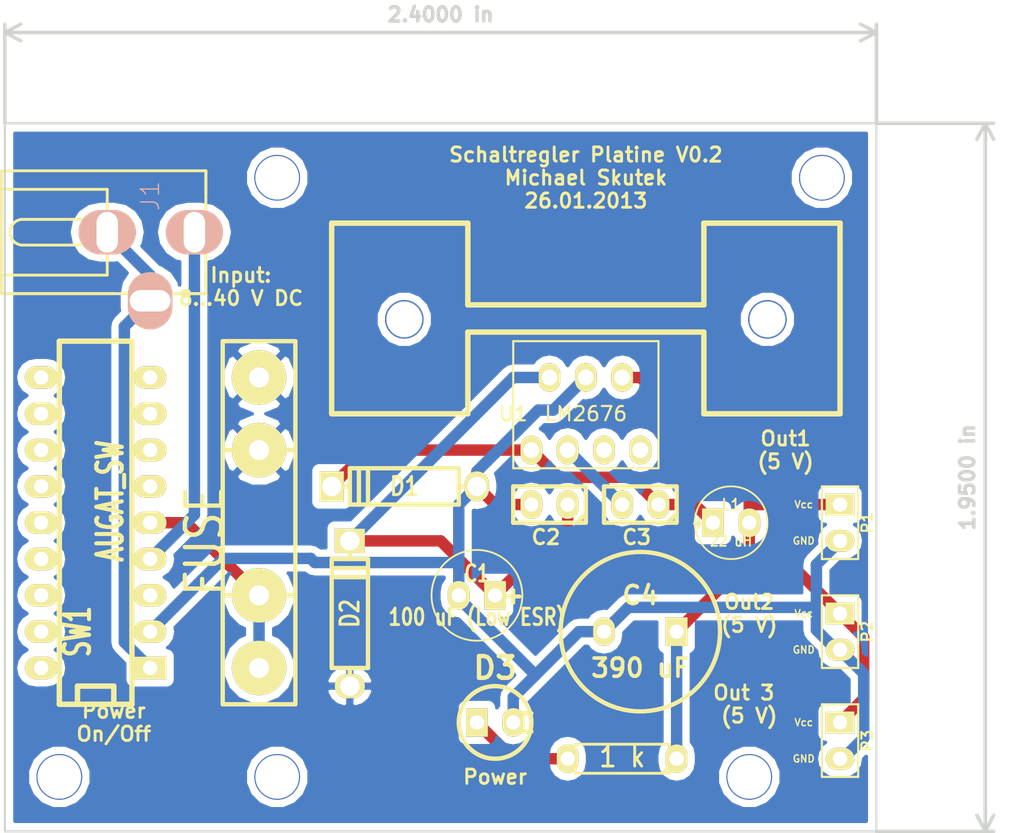
<source format=kicad_pcb>
(kicad_pcb (version 3) (host pcbnew "(2013-01-19 BZR 3914)-testing")

  (general
    (links 30)
    (no_connects 0)
    (area 108.8136 75.395001 187.068333 133.425001)
    (thickness 1.6)
    (drawings 19)
    (tracks 69)
    (zones 0)
    (modules 22)
    (nets 11)
  )

  (page A3)
  (layers
    (15 F.Cu signal)
    (0 B.Cu signal)
    (16 B.Adhes user)
    (17 F.Adhes user)
    (18 B.Paste user)
    (19 F.Paste user)
    (20 B.SilkS user)
    (21 F.SilkS user)
    (22 B.Mask user)
    (23 F.Mask user)
    (24 Dwgs.User user)
    (25 Cmts.User user)
    (26 Eco1.User user)
    (27 Eco2.User user)
    (28 Edge.Cuts user)
  )

  (setup
    (last_trace_width 0.8)
    (trace_clearance 0.254)
    (zone_clearance 0.508)
    (zone_45_only no)
    (trace_min 0.254)
    (segment_width 0.2)
    (edge_width 0.15)
    (via_size 0.889)
    (via_drill 0.635)
    (via_min_size 0.889)
    (via_min_drill 0.508)
    (uvia_size 0.508)
    (uvia_drill 0.127)
    (uvias_allowed no)
    (uvia_min_size 0.508)
    (uvia_min_drill 0.127)
    (pcb_text_width 0.3)
    (pcb_text_size 1 1)
    (mod_edge_width 0.15)
    (mod_text_size 1 1)
    (mod_text_width 0.15)
    (pad_size 3.1 4)
    (pad_drill 2.85)
    (pad_to_mask_clearance 0)
    (aux_axis_origin 0 0)
    (visible_elements FFFFFFBF)
    (pcbplotparams
      (layerselection 300974081)
      (usegerberextensions false)
      (excludeedgelayer false)
      (linewidth 152400)
      (plotframeref false)
      (viasonmask false)
      (mode 1)
      (useauxorigin false)
      (hpglpennumber 1)
      (hpglpenspeed 20)
      (hpglpendiameter 15)
      (hpglpenoverlay 2)
      (psnegative false)
      (psa4output false)
      (plotreference true)
      (plotvalue true)
      (plotothertext true)
      (plotinvisibletext false)
      (padsonsilk false)
      (subtractmaskfromsilk false)
      (outputformat 2)
      (mirror false)
      (drillshape 0)
      (scaleselection 1)
      (outputdirectory /home/msk/projekte/platinen/schaltregler/))
  )

  (net 0 "")
  (net 1 N-000001)
  (net 2 N-0000010)
  (net 3 N-0000011)
  (net 4 N-0000012)
  (net 5 N-000002)
  (net 6 N-000003)
  (net 7 N-000004)
  (net 8 N-000005)
  (net 9 N-000008)
  (net 10 N-000009)

  (net_class Default "This is the default net class."
    (clearance 0.254)
    (trace_width 0.8)
    (via_dia 0.889)
    (via_drill 0.635)
    (uvia_dia 0.508)
    (uvia_drill 0.127)
    (add_net "")
    (add_net N-000001)
    (add_net N-0000010)
    (add_net N-0000011)
    (add_net N-0000012)
    (add_net N-000002)
    (add_net N-000003)
    (add_net N-000005)
    (add_net N-000008)
    (add_net N-000009)
  )

  (net_class GND ""
    (clearance 0.254)
    (trace_width 0.8)
    (via_dia 0.889)
    (via_drill 0.635)
    (uvia_dia 0.508)
    (uvia_drill 0.127)
    (add_net N-000004)
  )

  (module LM2676 (layer F.Cu) (tedit 50E48FFB) (tstamp 50E359CE)
    (at 153.67 104.14)
    (tags LM2676)
    (path /4C1A82F5)
    (fp_text reference U1 (at -5.08 0) (layer F.SilkS)
      (effects (font (size 1 1) (thickness 0.15)))
    )
    (fp_text value LM2676 (at 0 0) (layer F.SilkS)
      (effects (font (size 1 1) (thickness 0.15)))
    )
    (fp_line (start -5.08 -5.08) (end 5.08 -5.08) (layer F.SilkS) (width 0.15))
    (fp_line (start 5.08 -5.08) (end 5.08 3.81) (layer F.SilkS) (width 0.15))
    (fp_line (start 5.08 3.81) (end -5.08 3.81) (layer F.SilkS) (width 0.15))
    (fp_line (start -5.08 3.81) (end -5.08 -5.08) (layer F.SilkS) (width 0.15))
    (pad 1 thru_hole oval (at -3.81 2.54) (size 1.524 2) (drill 1.1)
      (layers *.Cu *.Mask F.SilkS)
      (net 2 N-0000010)
    )
    (pad 2 thru_hole oval (at -2.54 -2.54) (size 1.524 2) (drill 1.1)
      (layers *.Cu *.Mask F.SilkS)
      (net 4 N-0000012)
    )
    (pad 3 thru_hole oval (at -1.27 2.54) (size 1.524 2) (drill 1.1)
      (layers *.Cu *.Mask F.SilkS)
      (net 9 N-000008)
    )
    (pad 4 thru_hole oval (at 0 -2.54) (size 1.524 2) (drill 1.1)
      (layers *.Cu *.Mask F.SilkS)
      (net 8 N-000005)
    )
    (pad 5 thru_hole oval (at 1.27 2.54) (size 1.524 2) (drill 1.1)
      (layers *.Cu *.Mask F.SilkS)
    )
    (pad 6 thru_hole oval (at 2.54 -2.54) (size 1.524 2) (drill 1.1)
      (layers *.Cu *.Mask F.SilkS)
      (net 10 N-000009)
    )
    (pad 7 thru_hole oval (at 3.81 2.54) (size 1.524 2) (drill 1.1)
      (layers *.Cu *.Mask F.SilkS)
    )
  )

  (module FUSE5-20 (layer F.Cu) (tedit 50E371C7) (tstamp 50E359DC)
    (at 130.81 111.76 90)
    (descr "Support fusible 5 x 20")
    (tags DEV)
    (path /50E347CD)
    (fp_text reference F1 (at 1.016 5.08 90) (layer F.SilkS) hide
      (effects (font (size 2.83464 1.59512) (thickness 0.3048)))
    )
    (fp_text value FUSE (at -1.27 -3.81 90) (layer F.SilkS)
      (effects (font (size 2.54 2.032) (thickness 0.3048)))
    )
    (fp_line (start -12.7 -2.54) (end 12.7 -2.54) (layer F.SilkS) (width 0.3048))
    (fp_line (start 12.7 -2.54) (end 12.7 2.54) (layer F.SilkS) (width 0.3048))
    (fp_line (start 12.7 2.54) (end -12.7 2.54) (layer F.SilkS) (width 0.3048))
    (fp_line (start -12.7 2.54) (end -12.7 -2.54) (layer F.SilkS) (width 0.3048))
    (fp_line (start -5.08 -2.54) (end -5.08 2.54) (layer F.SilkS) (width 0.3048))
    (fp_line (start 5.08 -2.54) (end 5.08 2.54) (layer F.SilkS) (width 0.3048))
    (pad 1 thru_hole circle (at -10.16 0 90) (size 3.81 3.81) (drill 1.397)
      (layers *.Cu *.Mask F.SilkS)
      (net 1 N-000001)
    )
    (pad 1 thru_hole circle (at -5.08 0 90) (size 3.81 3.81) (drill 1.397)
      (layers *.Cu *.Mask F.SilkS)
      (net 1 N-000001)
    )
    (pad 2 thru_hole circle (at 5.08 0 90) (size 3.81 3.81) (drill 1.397)
      (layers *.Cu *.Mask F.SilkS)
      (net 7 N-000004)
    )
    (pad 2 thru_hole circle (at 10.16 0 90) (size 3.81 3.81) (drill 1.397)
      (layers *.Cu *.Mask F.SilkS)
      (net 7 N-000004)
    )
  )

  (module DIP-18__300_ELL (layer F.Cu) (tedit 50E4903B) (tstamp 50E359F9)
    (at 119.38 111.76 90)
    (descr "18 pins DIL package, elliptical pads")
    (path /50E49D00)
    (fp_text reference SW1 (at -7.62 -1.27 90) (layer F.SilkS)
      (effects (font (size 1.778 1.143) (thickness 0.3048)))
    )
    (fp_text value AUGAT_SW (at 1.524 1.016 90) (layer F.SilkS)
      (effects (font (size 1.778 1.143) (thickness 0.28575)))
    )
    (fp_line (start -12.7 -1.27) (end -11.43 -1.27) (layer F.SilkS) (width 0.381))
    (fp_line (start -11.43 -1.27) (end -11.43 1.27) (layer F.SilkS) (width 0.381))
    (fp_line (start -11.43 1.27) (end -12.7 1.27) (layer F.SilkS) (width 0.381))
    (fp_line (start -12.7 -2.54) (end 12.7 -2.54) (layer F.SilkS) (width 0.381))
    (fp_line (start 12.7 -2.54) (end 12.7 2.54) (layer F.SilkS) (width 0.381))
    (fp_line (start 12.7 2.54) (end -12.7 2.54) (layer F.SilkS) (width 0.381))
    (fp_line (start -12.7 2.54) (end -12.7 -2.54) (layer F.SilkS) (width 0.381))
    (pad 1 thru_hole rect (at -10.16 3.81 90) (size 1.5748 2.286) (drill 1)
      (layers *.Cu *.Mask F.SilkS)
      (net 3 N-0000011)
    )
    (pad 2 thru_hole oval (at -7.62 3.81 90) (size 1.5748 2.286) (drill 1)
      (layers *.Cu *.Mask F.SilkS)
      (net 8 N-000005)
    )
    (pad 3 thru_hole oval (at -5.08 3.81 90) (size 1.5748 2.286) (drill 1)
      (layers *.Cu *.Mask F.SilkS)
    )
    (pad 4 thru_hole oval (at -2.54 3.81 90) (size 1.5748 2.286) (drill 1)
      (layers *.Cu *.Mask F.SilkS)
      (net 5 N-000002)
    )
    (pad 5 thru_hole oval (at 0 3.81 90) (size 1.5748 2.286) (drill 1)
      (layers *.Cu *.Mask F.SilkS)
      (net 1 N-000001)
    )
    (pad 6 thru_hole oval (at 2.54 3.81 90) (size 1.5748 2.286) (drill 1)
      (layers *.Cu *.Mask F.SilkS)
    )
    (pad 7 thru_hole oval (at 5.08 3.81 90) (size 1.5748 2.286) (drill 1)
      (layers *.Cu *.Mask F.SilkS)
    )
    (pad 8 thru_hole oval (at 7.62 3.81 90) (size 1.5748 2.286) (drill 1)
      (layers *.Cu *.Mask F.SilkS)
    )
    (pad 9 thru_hole oval (at 10.16 3.81 90) (size 1.5748 2.286) (drill 1)
      (layers *.Cu *.Mask F.SilkS)
    )
    (pad 10 thru_hole oval (at 10.16 -3.81 90) (size 1.5748 2.286) (drill 1)
      (layers *.Cu *.Mask F.SilkS)
    )
    (pad 11 thru_hole oval (at 7.62 -3.81 90) (size 1.5748 2.286) (drill 1)
      (layers *.Cu *.Mask F.SilkS)
    )
    (pad 12 thru_hole oval (at 5.08 -3.81 90) (size 1.5748 2.286) (drill 1)
      (layers *.Cu *.Mask F.SilkS)
    )
    (pad 13 thru_hole oval (at 2.54 -3.81 90) (size 1.5748 2.286) (drill 1)
      (layers *.Cu *.Mask F.SilkS)
    )
    (pad 14 thru_hole oval (at 0 -3.81 90) (size 1.5748 2.286) (drill 1)
      (layers *.Cu *.Mask F.SilkS)
    )
    (pad 15 thru_hole oval (at -2.54 -3.81 90) (size 1.5748 2.286) (drill 1)
      (layers *.Cu *.Mask F.SilkS)
    )
    (pad 16 thru_hole oval (at -5.08 -3.81 90) (size 1.5748 2.286) (drill 1)
      (layers *.Cu *.Mask F.SilkS)
    )
    (pad 17 thru_hole oval (at -7.62 -3.81 90) (size 1.5748 2.286) (drill 1)
      (layers *.Cu *.Mask F.SilkS)
    )
    (pad 18 thru_hole oval (at -10.16 -3.81 90) (size 1.5748 2.286) (drill 1)
      (layers *.Cu *.Mask F.SilkS)
    )
    (model dil/dil_18.wrl
      (at (xyz 0 0 0))
      (scale (xyz 1 1 1))
      (rotate (xyz 0 0 0))
    )
  )

  (module D4 (layer F.Cu) (tedit 50E4A1FC) (tstamp 50E35A07)
    (at 137.16 118.11 90)
    (descr "Diode 4 pas")
    (tags "DIODE DEV")
    (path /4C385669)
    (fp_text reference D2 (at 0 0 90) (layer F.SilkS)
      (effects (font (size 1.27 1.016) (thickness 0.2032)))
    )
    (fp_text value "BD340A (PK1N5822)" (at 0 0 90) (layer F.SilkS) hide
      (effects (font (size 1.27 1.016) (thickness 0.2032)))
    )
    (fp_line (start -3.81 -1.27) (end 3.81 -1.27) (layer F.SilkS) (width 0.3048))
    (fp_line (start 3.81 -1.27) (end 3.81 1.27) (layer F.SilkS) (width 0.3048))
    (fp_line (start 3.81 1.27) (end -3.81 1.27) (layer F.SilkS) (width 0.3048))
    (fp_line (start -3.81 1.27) (end -3.81 -1.27) (layer F.SilkS) (width 0.3048))
    (fp_line (start 3.175 -1.27) (end 3.175 1.27) (layer F.SilkS) (width 0.3048))
    (fp_line (start 2.54 1.27) (end 2.54 -1.27) (layer F.SilkS) (width 0.3048))
    (fp_line (start -3.81 0) (end -5.08 0) (layer F.SilkS) (width 0.3048))
    (fp_line (start 3.81 0) (end 5.08 0) (layer F.SilkS) (width 0.3048))
    (pad 1 thru_hole oval (at -5.08 0 90) (size 1.7 2.1) (drill 1.35)
      (layers *.Cu *.Mask F.SilkS)
      (net 7 N-000004)
    )
    (pad 2 thru_hole rect (at 5.08 0 90) (size 1.7 2.1) (drill 1.35)
      (layers *.Cu *.Mask F.SilkS)
      (net 4 N-0000012)
    )
    (model discret/diode.wrl
      (at (xyz 0 0 0))
      (scale (xyz 0.4 0.4 0.4))
      (rotate (xyz 0 0 0))
    )
  )

  (module D4 (layer F.Cu) (tedit 50E4A1F2) (tstamp 50E35A15)
    (at 140.97 109.22 180)
    (descr "Diode 4 pas")
    (tags "DIODE DEV")
    (path /4C1A8341)
    (fp_text reference D1 (at 0 0 180) (layer F.SilkS)
      (effects (font (size 1.27 1.016) (thickness 0.2032)))
    )
    (fp_text value "BD340A (SB350)" (at 0 0 180) (layer F.SilkS) hide
      (effects (font (size 1.27 1.016) (thickness 0.2032)))
    )
    (fp_line (start -3.81 -1.27) (end 3.81 -1.27) (layer F.SilkS) (width 0.3048))
    (fp_line (start 3.81 -1.27) (end 3.81 1.27) (layer F.SilkS) (width 0.3048))
    (fp_line (start 3.81 1.27) (end -3.81 1.27) (layer F.SilkS) (width 0.3048))
    (fp_line (start -3.81 1.27) (end -3.81 -1.27) (layer F.SilkS) (width 0.3048))
    (fp_line (start 3.175 -1.27) (end 3.175 1.27) (layer F.SilkS) (width 0.3048))
    (fp_line (start 2.54 1.27) (end 2.54 -1.27) (layer F.SilkS) (width 0.3048))
    (fp_line (start -3.81 0) (end -5.08 0) (layer F.SilkS) (width 0.3048))
    (fp_line (start 3.81 0) (end 5.08 0) (layer F.SilkS) (width 0.3048))
    (pad 1 thru_hole oval (at -5.08 0 180) (size 1.7 2.1) (drill 1.35)
      (layers *.Cu *.Mask F.SilkS)
      (net 8 N-000005)
    )
    (pad 2 thru_hole rect (at 5.08 0 180) (size 1.7 2.1) (drill 1.35)
      (layers *.Cu *.Mask F.SilkS)
      (net 2 N-0000010)
    )
    (model discret/diode.wrl
      (at (xyz 0 0 0))
      (scale (xyz 0.4 0.4 0.4))
      (rotate (xyz 0 0 0))
    )
  )

  (module C2V10 (layer F.Cu) (tedit 50E37D4C) (tstamp 50E35A1C)
    (at 157.48 119.38 180)
    (descr "Condensateur polarise")
    (tags CP)
    (path /4C1A83EF)
    (fp_text reference C4 (at 0 2.54 180) (layer F.SilkS)
      (effects (font (size 1.27 1.27) (thickness 0.254)))
    )
    (fp_text value "390 uF" (at 0 -2.54 180) (layer F.SilkS)
      (effects (font (size 1.27 1.27) (thickness 0.254)))
    )
    (fp_circle (center 0 0) (end 4.826 -2.794) (layer F.SilkS) (width 0.3048))
    (pad 1 thru_hole rect (at -2.54 0 180) (size 1.524 2) (drill 1)
      (layers *.Cu *.Mask F.SilkS)
      (net 10 N-000009)
    )
    (pad 2 thru_hole oval (at 2.54 0 180) (size 1.524 2) (drill 1)
      (layers *.Cu *.Mask F.SilkS)
      (net 8 N-000005)
    )
    (model discret/c_vert_c2v10.wrl
      (at (xyz 0 0 0))
      (scale (xyz 1 1 1))
      (rotate (xyz 0 0 0))
    )
  )

  (module C1V7 (layer F.Cu) (tedit 50E4A4EB) (tstamp 50E35A24)
    (at 146.05 116.84 180)
    (path /4A9A70D9)
    (fp_text reference C1 (at 0 1.524 180) (layer F.SilkS)
      (effects (font (size 1.143 0.889) (thickness 0.2032)))
    )
    (fp_text value "100 uF (Low ESR)" (at 0 -1.524 180) (layer F.SilkS)
      (effects (font (size 1.143 0.889) (thickness 0.2032)))
    )
    (fp_text user + (at -2.54 0 180) (layer F.SilkS)
      (effects (font (size 1.143 1.143) (thickness 0.3048)))
    )
    (fp_circle (center 0 0) (end 3.175 0) (layer F.SilkS) (width 0.127))
    (pad 1 thru_hole rect (at -1.27 0 180) (size 1.524 2) (drill 1)
      (layers *.Cu *.Mask F.SilkS)
      (net 4 N-0000012)
    )
    (pad 2 thru_hole oval (at 1.27 0 180) (size 1.524 2) (drill 1)
      (layers *.Cu *.Mask F.SilkS)
      (net 8 N-000005)
    )
    (model discret/c_vert_c1v7.wrl
      (at (xyz 0 0 0))
      (scale (xyz 1 1 1))
      (rotate (xyz 0 0 0))
    )
  )

  (module C1V5 (layer F.Cu) (tedit 50E37C3D) (tstamp 50E4A0FB)
    (at 163.83 111.76)
    (descr "Condensateur e = 1 pas")
    (tags C)
    (path /4C1A83BB)
    (fp_text reference L1 (at 0 -1.26746) (layer F.SilkS)
      (effects (font (size 0.762 0.762) (thickness 0.127)))
    )
    (fp_text value "22 uH" (at 0 1.27) (layer F.SilkS)
      (effects (font (size 0.762 0.635) (thickness 0.127)))
    )
    (fp_text user + (at -2.286 0) (layer F.SilkS)
      (effects (font (size 0.762 0.762) (thickness 0.2032)))
    )
    (fp_circle (center 0 0) (end 0.127 -2.54) (layer F.SilkS) (width 0.127))
    (pad 1 thru_hole rect (at -1.27 0) (size 1.524 2) (drill 1)
      (layers *.Cu *.Mask F.SilkS)
      (net 2 N-0000010)
    )
    (pad 2 thru_hole oval (at 1.27 0) (size 1.524 2) (drill 1)
      (layers *.Cu *.Mask F.SilkS)
      (net 10 N-000009)
    )
    (model discret/c_vert_c1v5.wrl
      (at (xyz 0 0 0))
      (scale (xyz 1 1 1))
      (rotate (xyz 0 0 0))
    )
  )

  (module C1 (layer F.Cu) (tedit 50E37CA2) (tstamp 50E35A37)
    (at 151.13 110.49 180)
    (descr "Condensateur e = 1 pas")
    (tags C)
    (path /4C1A8441)
    (fp_text reference C2 (at 0.254 -2.286 180) (layer F.SilkS)
      (effects (font (size 1.016 1.016) (thickness 0.2032)))
    )
    (fp_text value "100 nF" (at 0 -2.286 180) (layer F.SilkS) hide
      (effects (font (size 1.016 1.016) (thickness 0.2032)))
    )
    (fp_line (start -2.4892 -1.27) (end 2.54 -1.27) (layer F.SilkS) (width 0.3048))
    (fp_line (start 2.54 -1.27) (end 2.54 1.27) (layer F.SilkS) (width 0.3048))
    (fp_line (start 2.54 1.27) (end -2.54 1.27) (layer F.SilkS) (width 0.3048))
    (fp_line (start -2.54 1.27) (end -2.54 -1.27) (layer F.SilkS) (width 0.3048))
    (fp_line (start -2.54 -0.635) (end -1.905 -1.27) (layer F.SilkS) (width 0.3048))
    (pad 1 thru_hole oval (at -1.27 0 180) (size 1.524 2) (drill 1)
      (layers *.Cu *.Mask F.SilkS)
      (net 4 N-0000012)
    )
    (pad 2 thru_hole oval (at 1.27 0 180) (size 1.524 2) (drill 1)
      (layers *.Cu *.Mask F.SilkS)
      (net 8 N-000005)
    )
    (model discret/capa_1_pas.wrl
      (at (xyz 0 0 0))
      (scale (xyz 1 1 1))
      (rotate (xyz 0 0 0))
    )
  )

  (module C1 (layer F.Cu) (tedit 50E37CAC) (tstamp 50E35A42)
    (at 157.48 110.49 180)
    (descr "Condensateur e = 1 pas")
    (tags C)
    (path /4C1A838A)
    (fp_text reference C3 (at 0.254 -2.286 180) (layer F.SilkS)
      (effects (font (size 1.016 1.016) (thickness 0.2032)))
    )
    (fp_text value "10 nF" (at 0 -2.286 180) (layer F.SilkS) hide
      (effects (font (size 1.016 1.016) (thickness 0.2032)))
    )
    (fp_line (start -2.4892 -1.27) (end 2.54 -1.27) (layer F.SilkS) (width 0.3048))
    (fp_line (start 2.54 -1.27) (end 2.54 1.27) (layer F.SilkS) (width 0.3048))
    (fp_line (start 2.54 1.27) (end -2.54 1.27) (layer F.SilkS) (width 0.3048))
    (fp_line (start -2.54 1.27) (end -2.54 -1.27) (layer F.SilkS) (width 0.3048))
    (fp_line (start -2.54 -0.635) (end -1.905 -1.27) (layer F.SilkS) (width 0.3048))
    (pad 1 thru_hole oval (at -1.27 0 180) (size 1.524 2) (drill 1)
      (layers *.Cu *.Mask F.SilkS)
      (net 2 N-0000010)
    )
    (pad 2 thru_hole oval (at 1.27 0 180) (size 1.524 2) (drill 1)
      (layers *.Cu *.Mask F.SilkS)
      (net 9 N-000008)
    )
    (model discret/capa_1_pas.wrl
      (at (xyz 0 0 0))
      (scale (xyz 1 1 1))
      (rotate (xyz 0 0 0))
    )
  )

  (module con-jack-DCJ0202 (layer F.Cu) (tedit 51040028) (tstamp 50E35B54)
    (at 123.19 91.44 270)
    (descr "DC POWER JACK")
    (tags "DC POWER JACK")
    (path /4C1A86D2)
    (attr virtual)
    (fp_text reference J1 (at -2.54 0 270) (layer B.SilkS)
      (effects (font (size 1.27 1.27) (thickness 0.0889)))
    )
    (fp_text value DCJ0202 (at -5.715 6.35 360) (layer B.SilkS) hide
      (effects (font (size 1.27 1.27) (thickness 0.0889)))
    )
    (fp_line (start 1.64846 -2.59842) (end -1.64846 -2.59842) (layer F.SilkS) (width 0.00012))
    (fp_line (start -1.64846 -2.59842) (end -1.64846 -3.59918) (layer F.SilkS) (width 0.00012))
    (fp_line (start -1.64846 -3.59918) (end 1.64846 -3.59918) (layer F.SilkS) (width 0.00012))
    (fp_line (start 1.64846 -3.59918) (end 1.64846 -2.59842) (layer F.SilkS) (width 0.00012))
    (fp_line (start 5.29844 -1.39954) (end 4.29768 -1.39954) (layer F.SilkS) (width 0.00012))
    (fp_line (start 4.29768 -1.39954) (end 4.29768 1.39954) (layer F.SilkS) (width 0.00012))
    (fp_line (start 4.29768 1.39954) (end 5.29844 1.39954) (layer F.SilkS) (width 0.00012))
    (fp_line (start 5.29844 1.39954) (end 5.29844 -1.39954) (layer F.SilkS) (width 0.00012))
    (fp_line (start 1.39954 3.49758) (end -1.39954 3.49758) (layer F.SilkS) (width 0.00012))
    (fp_line (start -1.39954 3.49758) (end -1.39954 2.49936) (layer F.SilkS) (width 0.00012))
    (fp_line (start -1.39954 2.49936) (end 1.39954 2.49936) (layer F.SilkS) (width 0.00012))
    (fp_line (start 1.39954 2.49936) (end 1.39954 3.49758) (layer F.SilkS) (width 0.00012))
    (fp_line (start -4.29768 10.39876) (end 4.29768 10.39876) (layer F.SilkS) (width 0.2032))
    (fp_line (start 4.29768 10.39876) (end 4.29768 -3.8989) (layer F.SilkS) (width 0.2032))
    (fp_line (start 4.29768 -3.8989) (end -4.29768 -3.8989) (layer F.SilkS) (width 0.2032))
    (fp_line (start -4.29768 -3.8989) (end -4.29768 10.39876) (layer F.SilkS) (width 0.2032))
    (fp_line (start -2.69748 -3.8989) (end -4.29768 -3.8989) (layer F.SilkS) (width 0.2032))
    (fp_line (start 4.29768 -3.8989) (end 2.69748 -3.8989) (layer F.SilkS) (width 0.2032))
    (fp_line (start -2.99974 10.2743) (end -2.99974 2.99974) (layer F.SilkS) (width 0.2032))
    (fp_line (start 2.99974 10.2997) (end 2.99974 2.99974) (layer F.SilkS) (width 0.2032))
    (fp_line (start 2.99974 2.99974) (end -2.99974 2.99974) (layer F.SilkS) (width 0.2032))
    (fp_line (start -0.89916 8.99922) (end -0.89916 4.49834) (layer F.SilkS) (width 0.2032))
    (fp_line (start 0.89916 8.99922) (end 0.89916 4.49834) (layer F.SilkS) (width 0.2032))
    (fp_line (start 4.29768 10.39876) (end 4.29768 2.44856) (layer F.SilkS) (width 0.2032))
    (fp_line (start 4.29768 -2.2987) (end 4.29768 -3.8989) (layer F.SilkS) (width 0.2032))
    (fp_arc (start 0 8.89254) (end 0.89916 8.99922) (angle 166.5) (layer F.SilkS) (width 0.2032))
    (pad 1 thru_hole oval (at 0 -3.0988 270) (size 3.1 3.99796) (drill oval 2.85 1.5)
      (layers *.Cu *.Paste *.SilkS *.Mask)
      (net 5 N-000002)
    )
    (pad 2 thru_hole oval (at 4.79806 0) (size 3.1 3.99796) (drill oval 2.85 1.5)
      (layers *.Cu *.Paste *.SilkS *.Mask)
      (net 3 N-0000011)
    )
    (pad 3 thru_hole oval (at 0 2.99974 270) (size 3.1 4) (drill oval 2.85 1.5)
      (layers *.Cu *.Paste *.SilkS *.Mask)
      (net 3 N-0000011)
    )
  )

  (module cool_01 (layer F.Cu) (tedit 50E371A6) (tstamp 50E36AD3)
    (at 153.67 96.52)
    (fp_text reference cool_01 (at 0 0) (layer F.SilkS) hide
      (effects (font (size 1.524 1.524) (thickness 0.3048)))
    )
    (fp_text value "" (at 0 0) (layer F.SilkS)
      (effects (font (size 1.524 1.524) (thickness 0.3048)))
    )
    (fp_line (start -8.255 0) (end -8.255 -5.715) (layer F.SilkS) (width 0.381))
    (fp_line (start -8.255 -5.715) (end -17.78 -5.715) (layer F.SilkS) (width 0.381))
    (fp_line (start -17.78 -5.715) (end -17.78 7.62) (layer F.SilkS) (width 0.381))
    (fp_line (start -17.78 7.62) (end -8.255 7.62) (layer F.SilkS) (width 0.381))
    (fp_line (start -8.255 7.62) (end -8.255 1.905) (layer F.SilkS) (width 0.381))
    (fp_line (start 8.255 -5.715) (end 8.255 -4.445) (layer F.SilkS) (width 0.381))
    (fp_line (start 17.78 -5.715) (end 17.78 -4.445) (layer F.SilkS) (width 0.381))
    (fp_line (start 8.255 -5.715) (end 17.78 -5.715) (layer F.SilkS) (width 0.381))
    (fp_line (start 8.255 7.62) (end 8.255 6.35) (layer F.SilkS) (width 0.381))
    (fp_line (start 8.255 7.62) (end 17.78 7.62) (layer F.SilkS) (width 0.381))
    (fp_line (start 17.78 7.62) (end 17.78 6.35) (layer F.SilkS) (width 0.381))
    (fp_line (start 8.255 1.905) (end 8.255 6.35) (layer F.SilkS) (width 0.381))
    (fp_line (start 17.78 6.35) (end 17.78 -4.445) (layer F.SilkS) (width 0.381))
    (fp_line (start 8.255 -4.445) (end 8.255 0) (layer F.SilkS) (width 0.381))
    (fp_line (start -8.255 1.905) (end 8.255 1.905) (layer F.SilkS) (width 0.381))
    (fp_line (start -8.255 0) (end 8.255 0) (layer F.SilkS) (width 0.381))
    (pad 1 thru_hole circle (at 12.7 1.016) (size 2.70002 2.70002) (drill 2.49936)
      (layers *.Cu)
    )
    (pad 2 thru_hole circle (at -12.7 1.016) (size 2.70002 2.70002) (drill 2.49936)
      (layers *.Cu)
    )
  )

  (module R3 (layer F.Cu) (tedit 50E37CFA) (tstamp 50E36788)
    (at 156.21 128.27 180)
    (descr "Resitance 3 pas")
    (tags R)
    (path /50E35F67)
    (autoplace_cost180 10)
    (fp_text reference R1 (at 0 0.127 180) (layer F.SilkS) hide
      (effects (font (size 1.397 1.27) (thickness 0.2032)))
    )
    (fp_text value "1 k" (at 0 0.127 180) (layer F.SilkS)
      (effects (font (size 1.397 1.27) (thickness 0.2032)))
    )
    (fp_line (start -3.81 0) (end -3.302 0) (layer F.SilkS) (width 0.2032))
    (fp_line (start 3.81 0) (end 3.302 0) (layer F.SilkS) (width 0.2032))
    (fp_line (start 3.302 0) (end 3.302 -1.016) (layer F.SilkS) (width 0.2032))
    (fp_line (start 3.302 -1.016) (end -3.302 -1.016) (layer F.SilkS) (width 0.2032))
    (fp_line (start -3.302 -1.016) (end -3.302 1.016) (layer F.SilkS) (width 0.2032))
    (fp_line (start -3.302 1.016) (end 3.302 1.016) (layer F.SilkS) (width 0.2032))
    (fp_line (start 3.302 1.016) (end 3.302 0) (layer F.SilkS) (width 0.2032))
    (fp_line (start -3.302 -0.508) (end -2.794 -1.016) (layer F.SilkS) (width 0.2032))
    (pad 1 thru_hole oval (at -3.81 0 180) (size 1.524 2) (drill 1)
      (layers *.Cu *.Mask F.SilkS)
      (net 10 N-000009)
    )
    (pad 2 thru_hole oval (at 3.81 0 180) (size 1.524 2) (drill 1)
      (layers *.Cu *.Mask F.SilkS)
      (net 6 N-000003)
    )
    (model discret/resistor.wrl
      (at (xyz 0 0 0))
      (scale (xyz 0.3 0.3 0.3))
      (rotate (xyz 0 0 0))
    )
  )

  (module PIN_ARRAY_2X1 (layer F.Cu) (tedit 50E37D25) (tstamp 50E36792)
    (at 171.45 111.76 270)
    (descr "Connecteurs 2 pins")
    (tags "CONN DEV")
    (path /50E35F21)
    (fp_text reference P1 (at 0 -1.905 270) (layer F.SilkS)
      (effects (font (size 0.762 0.762) (thickness 0.1524)))
    )
    (fp_text value CONN_2 (at 0 -1.905 270) (layer F.SilkS) hide
      (effects (font (size 0.762 0.762) (thickness 0.1524)))
    )
    (fp_line (start -2.54 1.27) (end -2.54 -1.27) (layer F.SilkS) (width 0.1524))
    (fp_line (start -2.54 -1.27) (end 2.54 -1.27) (layer F.SilkS) (width 0.1524))
    (fp_line (start 2.54 -1.27) (end 2.54 1.27) (layer F.SilkS) (width 0.1524))
    (fp_line (start 2.54 1.27) (end -2.54 1.27) (layer F.SilkS) (width 0.1524))
    (pad 1 thru_hole rect (at -1.27 0 270) (size 1.524 2) (drill 1)
      (layers *.Cu *.Mask F.SilkS)
      (net 10 N-000009)
    )
    (pad 2 thru_hole oval (at 1.27 0 270) (size 1.524 2) (drill 1)
      (layers *.Cu *.Mask F.SilkS)
      (net 8 N-000005)
    )
    (model pin_array/pins_array_2x1.wrl
      (at (xyz 0 0 0))
      (scale (xyz 1 1 1))
      (rotate (xyz 0 0 0))
    )
  )

  (module PIN_ARRAY_2X1 (layer F.Cu) (tedit 50E37D2C) (tstamp 50E3679C)
    (at 171.45 119.38 270)
    (descr "Connecteurs 2 pins")
    (tags "CONN DEV")
    (path /50E35F36)
    (fp_text reference P2 (at 0 -1.905 270) (layer F.SilkS)
      (effects (font (size 0.762 0.762) (thickness 0.1524)))
    )
    (fp_text value CONN_2 (at 0 -1.905 270) (layer F.SilkS) hide
      (effects (font (size 0.762 0.762) (thickness 0.1524)))
    )
    (fp_line (start -2.54 1.27) (end -2.54 -1.27) (layer F.SilkS) (width 0.1524))
    (fp_line (start -2.54 -1.27) (end 2.54 -1.27) (layer F.SilkS) (width 0.1524))
    (fp_line (start 2.54 -1.27) (end 2.54 1.27) (layer F.SilkS) (width 0.1524))
    (fp_line (start 2.54 1.27) (end -2.54 1.27) (layer F.SilkS) (width 0.1524))
    (pad 1 thru_hole rect (at -1.27 0 270) (size 1.524 2) (drill 1)
      (layers *.Cu *.Mask F.SilkS)
      (net 10 N-000009)
    )
    (pad 2 thru_hole oval (at 1.27 0 270) (size 1.524 2) (drill 1)
      (layers *.Cu *.Mask F.SilkS)
      (net 8 N-000005)
    )
    (model pin_array/pins_array_2x1.wrl
      (at (xyz 0 0 0))
      (scale (xyz 1 1 1))
      (rotate (xyz 0 0 0))
    )
  )

  (module PIN_ARRAY_2X1 (layer F.Cu) (tedit 50E37D31) (tstamp 50E367A6)
    (at 171.45 127 270)
    (descr "Connecteurs 2 pins")
    (tags "CONN DEV")
    (path /50E35F3C)
    (fp_text reference P3 (at 0 -1.905 270) (layer F.SilkS)
      (effects (font (size 0.762 0.762) (thickness 0.1524)))
    )
    (fp_text value CONN_2 (at 0 -1.905 270) (layer F.SilkS) hide
      (effects (font (size 0.762 0.762) (thickness 0.1524)))
    )
    (fp_line (start -2.54 1.27) (end -2.54 -1.27) (layer F.SilkS) (width 0.1524))
    (fp_line (start -2.54 -1.27) (end 2.54 -1.27) (layer F.SilkS) (width 0.1524))
    (fp_line (start 2.54 -1.27) (end 2.54 1.27) (layer F.SilkS) (width 0.1524))
    (fp_line (start 2.54 1.27) (end -2.54 1.27) (layer F.SilkS) (width 0.1524))
    (pad 1 thru_hole rect (at -1.27 0 270) (size 1.524 2) (drill 1)
      (layers *.Cu *.Mask F.SilkS)
      (net 10 N-000009)
    )
    (pad 2 thru_hole oval (at 1.27 0 270) (size 1.524 2) (drill 1)
      (layers *.Cu *.Mask F.SilkS)
      (net 8 N-000005)
    )
    (model pin_array/pins_array_2x1.wrl
      (at (xyz 0 0 0))
      (scale (xyz 1 1 1))
      (rotate (xyz 0 0 0))
    )
  )

  (module LEDV (layer F.Cu) (tedit 50E37D36) (tstamp 50E369A3)
    (at 147.32 125.73)
    (descr "Led verticale diam 6mm")
    (tags "LED DEV")
    (path /50E35F84)
    (fp_text reference D3 (at 0 -3.81) (layer F.SilkS)
      (effects (font (size 1.524 1.524) (thickness 0.3048)))
    )
    (fp_text value LED (at 0 -3.81) (layer F.SilkS) hide
      (effects (font (size 1.524 1.524) (thickness 0.3048)))
    )
    (fp_circle (center 0 0) (end -2.54 0) (layer F.SilkS) (width 0.3048))
    (fp_line (start 2.54 -0.635) (end 1.905 -0.635) (layer F.SilkS) (width 0.3048))
    (fp_line (start 1.905 -0.635) (end 1.905 0.635) (layer F.SilkS) (width 0.3048))
    (fp_line (start 1.905 0.635) (end 2.54 0.635) (layer F.SilkS) (width 0.3048))
    (pad 1 thru_hole rect (at -1.27 0) (size 1.524 2) (drill 1)
      (layers *.Cu *.Mask F.SilkS)
      (net 6 N-000003)
    )
    (pad 2 thru_hole oval (at 1.27 0) (size 1.524 2) (drill 1)
      (layers *.Cu *.Mask F.SilkS)
      (net 8 N-000005)
    )
    (model discret/led5_vertical.wrl
      (at (xyz 0 0 0))
      (scale (xyz 1 1 1))
      (rotate (xyz 0 0 0))
    )
  )

  (module Bohrung (layer F.Cu) (tedit 50E37187) (tstamp 50E3764A)
    (at 170.18 87.63)
    (path Bohrung)
    (fp_text reference Bohrung02 (at 0 -3.81) (layer F.SilkS) hide
      (effects (font (size 1.524 1.524) (thickness 0.3048)))
    )
    (fp_text value "" (at 0 2.54) (layer F.SilkS)
      (effects (font (size 1.524 1.524) (thickness 0.3048)))
    )
    (pad 1 thru_hole circle (at 0 0) (size 3.2004 3.2004) (drill 3.04038)
      (layers *.Cu)
    )
  )

  (module Bohrung (layer F.Cu) (tedit 50E37193) (tstamp 50E37653)
    (at 116.84 129.54)
    (path Bohrung)
    (fp_text reference Bohrung03 (at 0 -3.81) (layer F.SilkS) hide
      (effects (font (size 1.524 1.524) (thickness 0.3048)))
    )
    (fp_text value "" (at 0 2.54) (layer F.SilkS)
      (effects (font (size 1.524 1.524) (thickness 0.3048)))
    )
    (pad 1 thru_hole circle (at 0 0) (size 3.2004 3.2004) (drill 3.04038)
      (layers *.Cu)
    )
  )

  (module Bohrung (layer F.Cu) (tedit 50E3719F) (tstamp 50E3765C)
    (at 165.1 129.54)
    (path Bohrung)
    (fp_text reference Bohrung05 (at 0 -3.81) (layer F.SilkS) hide
      (effects (font (size 1.524 1.524) (thickness 0.3048)))
    )
    (fp_text value "" (at 0 2.54) (layer F.SilkS)
      (effects (font (size 1.524 1.524) (thickness 0.3048)))
    )
    (pad 1 thru_hole circle (at 0 0) (size 3.2004 3.2004) (drill 3.04038)
      (layers *.Cu)
    )
  )

  (module Bohrung (layer F.Cu) (tedit 50E37180) (tstamp 50E37665)
    (at 132.08 87.63)
    (path Bohrung)
    (fp_text reference Bohrung01 (at 0 -3.81) (layer F.SilkS) hide
      (effects (font (size 1.524 1.524) (thickness 0.3048)))
    )
    (fp_text value "" (at 0 2.54) (layer F.SilkS)
      (effects (font (size 1.524 1.524) (thickness 0.3048)))
    )
    (pad 1 thru_hole circle (at 0 0) (size 3.2004 3.2004) (drill 3.04038)
      (layers *.Cu)
    )
  )

  (module Bohrung (layer F.Cu) (tedit 50E37199) (tstamp 50E3766F)
    (at 132.08 129.54)
    (path Bohrung)
    (fp_text reference Bohrung04 (at 0 -3.81) (layer F.SilkS) hide
      (effects (font (size 1.524 1.524) (thickness 0.3048)))
    )
    (fp_text value "" (at 0 2.54) (layer F.SilkS)
      (effects (font (size 1.524 1.524) (thickness 0.3048)))
    )
    (pad 1 thru_hole circle (at 0 0) (size 3.2004 3.2004) (drill 3.04038)
      (layers *.Cu)
    )
  )

  (gr_text GND (at 168.91 128.27) (layer F.SilkS)
    (effects (font (size 0.5 0.5) (thickness 0.1)))
  )
  (gr_text GND (at 168.91 120.65) (layer F.SilkS)
    (effects (font (size 0.5 0.5) (thickness 0.1)))
  )
  (gr_text GND (at 168.91 113.03) (layer F.SilkS)
    (effects (font (size 0.5 0.5) (thickness 0.1)))
  )
  (gr_text Vcc (at 168.91 125.73) (layer F.SilkS)
    (effects (font (size 0.5 0.5) (thickness 0.1)))
  )
  (gr_text Vcc (at 168.91 118.11) (layer F.SilkS)
    (effects (font (size 0.5 0.5) (thickness 0.1)))
  )
  (gr_text Vcc (at 168.91 110.49) (layer F.SilkS)
    (effects (font (size 0.5 0.5) (thickness 0.1)))
  )
  (gr_text "Out1\n(5 V)" (at 167.64 106.68) (layer F.SilkS)
    (effects (font (size 1 1) (thickness 0.2)))
  )
  (gr_text "Out2\n(5 V)" (at 165.1 118.11) (layer F.SilkS)
    (effects (font (size 1 1) (thickness 0.2)))
  )
  (gr_text "Out 3 \n(5 V)" (at 165.1 124.46) (layer F.SilkS)
    (effects (font (size 1 1) (thickness 0.2)))
  )
  (gr_text "Power\nOn/Off" (at 120.65 125.73) (layer F.SilkS)
    (effects (font (size 1 1) (thickness 0.2)))
  )
  (gr_text "Schaltregler Platine V0.2\nMichael Skutek\n26.01.2013" (at 153.67 87.63) (layer F.SilkS)
    (effects (font (size 1 1) (thickness 0.2)))
  )
  (gr_text "Input:\n8...40 V DC" (at 129.54 95.25) (layer F.SilkS)
    (effects (font (size 1 1) (thickness 0.2)))
  )
  (gr_text Power (at 147.32 129.54) (layer F.SilkS)
    (effects (font (size 1 1) (thickness 0.2)))
  )
  (gr_line (start 113.03 133.35) (end 113.03 83.82) (angle 90) (layer Edge.Cuts) (width 0.15))
  (gr_line (start 173.99 133.35) (end 113.03 133.35) (angle 90) (layer Edge.Cuts) (width 0.15))
  (gr_line (start 173.99 83.82) (end 173.99 133.35) (angle 90) (layer Edge.Cuts) (width 0.15))
  (gr_line (start 113.03 83.82) (end 173.99 83.82) (angle 90) (layer Edge.Cuts) (width 0.15))
  (dimension 49.53 (width 0.25) (layer Edge.Cuts)
    (gr_text "49,530 mm" (at 182.609999 108.585 270) (layer Edge.Cuts)
      (effects (font (size 1 1) (thickness 0.25)))
    )
    (feature1 (pts (xy 173.99 133.35) (xy 183.609999 133.35)))
    (feature2 (pts (xy 173.99 83.82) (xy 183.609999 83.82)))
    (crossbar (pts (xy 181.609999 83.82) (xy 181.609999 133.35)))
    (arrow1a (pts (xy 181.609999 133.35) (xy 181.023579 132.223497)))
    (arrow1b (pts (xy 181.609999 133.35) (xy 182.196419 132.223497)))
    (arrow2a (pts (xy 181.609999 83.82) (xy 181.023579 84.946503)))
    (arrow2b (pts (xy 181.609999 83.82) (xy 182.196419 84.946503)))
  )
  (dimension 60.96 (width 0.25) (layer Edge.Cuts)
    (gr_text "60,960 mm" (at 143.51 76.470001) (layer Edge.Cuts)
      (effects (font (size 1 1) (thickness 0.25)))
    )
    (feature1 (pts (xy 173.99 83.82) (xy 173.99 75.470001)))
    (feature2 (pts (xy 113.03 83.82) (xy 113.03 75.470001)))
    (crossbar (pts (xy 113.03 77.470001) (xy 173.99 77.470001)))
    (arrow1a (pts (xy 173.99 77.470001) (xy 172.863497 78.056421)))
    (arrow1b (pts (xy 173.99 77.470001) (xy 172.863497 76.883581)))
    (arrow2a (pts (xy 113.03 77.470001) (xy 114.156503 78.056421)))
    (arrow2b (pts (xy 113.03 77.470001) (xy 114.156503 76.883581)))
  )

  (segment (start 125.73 111.76) (end 130.81 116.84) (width 0.8) (layer F.Cu) (net 1))
  (segment (start 123.19 111.76) (end 125.73 111.76) (width 0.8) (layer F.Cu) (net 1))
  (segment (start 130.81 116.84) (end 130.81 121.92) (width 0.8) (layer B.Cu) (net 1))
  (segment (start 161.29 110.49) (end 162.56 111.76) (width 0.8) (layer F.Cu) (net 2))
  (segment (start 158.75 110.49) (end 161.29 110.49) (width 0.8) (layer F.Cu) (net 2))
  (segment (start 151.765 108.585) (end 149.86 106.68) (width 0.8) (layer F.Cu) (net 2))
  (segment (start 156.845 108.585) (end 151.765 108.585) (width 0.8) (layer F.Cu) (net 2))
  (segment (start 158.75 110.49) (end 156.845 108.585) (width 0.8) (layer F.Cu) (net 2))
  (segment (start 138.43 106.68) (end 149.86 106.68) (width 0.8) (layer F.Cu) (net 2))
  (segment (start 135.89 109.22) (end 138.43 106.68) (width 0.8) (layer F.Cu) (net 2))
  (segment (start 123.19 94.4397) (end 123.19 96.2381) (width 0.8) (layer B.Cu) (net 3))
  (segment (start 120.1903 91.44) (end 123.19 94.4397) (width 0.8) (layer B.Cu) (net 3))
  (segment (start 121.3872 120.1172) (end 123.19 121.92) (width 0.8) (layer B.Cu) (net 3))
  (segment (start 121.3872 98.0409) (end 121.3872 120.1172) (width 0.8) (layer B.Cu) (net 3))
  (segment (start 123.19 96.2381) (end 121.3872 98.0409) (width 0.8) (layer B.Cu) (net 3))
  (segment (start 152.4 111.76) (end 147.32 116.84) (width 0.8) (layer F.Cu) (net 4))
  (segment (start 152.4 110.49) (end 152.4 111.76) (width 0.8) (layer F.Cu) (net 4))
  (segment (start 143.51 113.03) (end 137.16 113.03) (width 0.8) (layer F.Cu) (net 4))
  (segment (start 147.32 116.84) (end 143.51 113.03) (width 0.8) (layer F.Cu) (net 4))
  (segment (start 148.59 101.6) (end 151.13 101.6) (width 0.8) (layer B.Cu) (net 4))
  (segment (start 137.16 113.03) (end 148.59 101.6) (width 0.8) (layer B.Cu) (net 4))
  (segment (start 126.2888 111.2012) (end 123.19 114.3) (width 0.8) (layer B.Cu) (net 5))
  (segment (start 126.2888 91.44) (end 126.2888 111.2012) (width 0.8) (layer B.Cu) (net 5))
  (segment (start 148.59 128.27) (end 152.4 128.27) (width 0.8) (layer F.Cu) (net 6))
  (segment (start 146.05 125.73) (end 148.59 128.27) (width 0.8) (layer F.Cu) (net 6))
  (segment (start 147.32 110.49) (end 146.05 109.22) (width 0.8) (layer F.Cu) (net 8))
  (segment (start 149.86 110.49) (end 147.32 110.49) (width 0.8) (layer F.Cu) (net 8))
  (segment (start 148.59 123.9714) (end 148.59 125.73) (width 0.8) (layer B.Cu) (net 8))
  (segment (start 150.1469 122.4145) (end 148.59 123.9714) (width 0.8) (layer B.Cu) (net 8))
  (segment (start 151.3888 103.8812) (end 153.67 101.6) (width 0.8) (layer B.Cu) (net 8))
  (segment (start 150.3406 103.8812) (end 151.3888 103.8812) (width 0.8) (layer B.Cu) (net 8))
  (segment (start 146.05 108.1718) (end 150.3406 103.8812) (width 0.8) (layer B.Cu) (net 8))
  (segment (start 146.05 109.22) (end 146.05 108.1718) (width 0.8) (layer B.Cu) (net 8))
  (segment (start 144.78 117.0476) (end 144.78 116.84) (width 0.8) (layer B.Cu) (net 8))
  (segment (start 150.1469 122.4145) (end 144.78 117.0476) (width 0.8) (layer B.Cu) (net 8))
  (segment (start 128.3121 114.2579) (end 123.19 119.38) (width 0.8) (layer B.Cu) (net 8))
  (segment (start 134.4202 114.2579) (end 128.3121 114.2579) (width 0.8) (layer B.Cu) (net 8))
  (segment (start 134.7066 114.5443) (end 134.4202 114.2579) (width 0.8) (layer B.Cu) (net 8))
  (segment (start 144.78 114.5443) (end 134.7066 114.5443) (width 0.8) (layer B.Cu) (net 8))
  (segment (start 144.78 116.84) (end 144.78 114.5443) (width 0.8) (layer B.Cu) (net 8))
  (segment (start 144.78 110.49) (end 146.05 109.22) (width 0.8) (layer B.Cu) (net 8))
  (segment (start 144.78 114.5443) (end 144.78 110.49) (width 0.8) (layer B.Cu) (net 8))
  (segment (start 173.1044 122.3044) (end 171.45 120.65) (width 0.8) (layer B.Cu) (net 8))
  (segment (start 173.1044 126.8225) (end 173.1044 122.3044) (width 0.8) (layer B.Cu) (net 8))
  (segment (start 171.6569 128.27) (end 173.1044 126.8225) (width 0.8) (layer B.Cu) (net 8))
  (segment (start 171.45 128.27) (end 171.6569 128.27) (width 0.8) (layer B.Cu) (net 8))
  (segment (start 153.1814 119.38) (end 150.1469 122.4145) (width 0.8) (layer B.Cu) (net 8))
  (segment (start 154.94 119.38) (end 153.1814 119.38) (width 0.8) (layer B.Cu) (net 8))
  (segment (start 156.6378 117.6822) (end 169.7956 117.6822) (width 0.8) (layer B.Cu) (net 8))
  (segment (start 154.94 119.38) (end 156.6378 117.6822) (width 0.8) (layer B.Cu) (net 8))
  (segment (start 169.7956 114.6844) (end 169.7956 117.6822) (width 0.8) (layer B.Cu) (net 8))
  (segment (start 171.45 113.03) (end 169.7956 114.6844) (width 0.8) (layer B.Cu) (net 8))
  (segment (start 171.1845 120.65) (end 171.45 120.65) (width 0.8) (layer B.Cu) (net 8))
  (segment (start 169.7956 119.2611) (end 171.1845 120.65) (width 0.8) (layer B.Cu) (net 8))
  (segment (start 169.7956 117.6822) (end 169.7956 119.2611) (width 0.8) (layer B.Cu) (net 8))
  (segment (start 156.21 110.49) (end 152.4 106.68) (width 0.8) (layer B.Cu) (net 9))
  (segment (start 160.02 128.27) (end 160.02 119.38) (width 0.8) (layer B.Cu) (net 10))
  (segment (start 165.1 110.49) (end 171.45 110.49) (width 0.8) (layer F.Cu) (net 10))
  (segment (start 165.1 109.22) (end 165.1 110.49) (width 0.8) (layer F.Cu) (net 10))
  (segment (start 157.48 101.6) (end 165.1 109.22) (width 0.8) (layer F.Cu) (net 10))
  (segment (start 156.21 101.6) (end 157.48 101.6) (width 0.8) (layer F.Cu) (net 10))
  (segment (start 165.1 110.49) (end 165.1 111.76) (width 0.8) (layer F.Cu) (net 10))
  (segment (start 165.1 111.76) (end 165.1 114.3) (width 0.8) (layer F.Cu) (net 10))
  (segment (start 165.1 114.3) (end 160.02 119.38) (width 0.8) (layer F.Cu) (net 10))
  (segment (start 173.1047 119.7647) (end 171.45 118.11) (width 0.8) (layer F.Cu) (net 10))
  (segment (start 173.1047 124.0753) (end 173.1047 119.7647) (width 0.8) (layer F.Cu) (net 10))
  (segment (start 171.45 125.73) (end 173.1047 124.0753) (width 0.8) (layer F.Cu) (net 10))
  (segment (start 167.64 114.3) (end 165.1 114.3) (width 0.8) (layer F.Cu) (net 10))
  (segment (start 171.45 118.11) (end 167.64 114.3) (width 0.8) (layer F.Cu) (net 10))

  (zone (net 7) (net_name N-000004) (layer B.Cu) (tstamp 50E4A39B) (hatch edge 0.508)
    (connect_pads (clearance 0.508))
    (min_thickness 0.254)
    (fill (arc_segments 16) (thermal_gap 0.508) (thermal_bridge_width 0.508))
    (polygon
      (pts
        (xy 113.03 83.82) (xy 173.99 83.82) (xy 173.99 133.35) (xy 113.03 133.35)
      )
    )
    (filled_polygon
      (pts
        (xy 173.28 132.64) (xy 167.335587 132.64) (xy 167.335587 129.097342) (xy 166.996015 128.275515) (xy 166.367792 127.646195)
        (xy 165.546559 127.305189) (xy 164.657342 127.304413) (xy 163.835515 127.643985) (xy 163.206195 128.272208) (xy 162.865189 129.093441)
        (xy 162.864413 129.982658) (xy 163.203985 130.804485) (xy 163.832208 131.433805) (xy 164.653441 131.774811) (xy 165.542658 131.775587)
        (xy 166.364485 131.436015) (xy 166.993805 130.807792) (xy 167.334811 129.986559) (xy 167.335587 129.097342) (xy 167.335587 132.64)
        (xy 153.797 132.64) (xy 153.797 128.540031) (xy 153.797 127.999969) (xy 153.69066 127.46536) (xy 153.387828 127.012141)
        (xy 152.934609 126.709309) (xy 152.4 126.602969) (xy 151.865391 126.709309) (xy 151.412172 127.012141) (xy 151.10934 127.46536)
        (xy 151.003 127.999969) (xy 151.003 128.540031) (xy 151.10934 129.07464) (xy 151.412172 129.527859) (xy 151.865391 129.830691)
        (xy 152.4 129.937031) (xy 152.934609 129.830691) (xy 153.387828 129.527859) (xy 153.69066 129.07464) (xy 153.797 128.540031)
        (xy 153.797 132.64) (xy 138.801476 132.64) (xy 138.801476 123.54689) (xy 138.801476 122.83311) (xy 138.789954 122.771624)
        (xy 138.521 122.256251) (xy 138.075294 121.883033) (xy 137.520691 121.708789) (xy 137.287 121.860638) (xy 137.287 123.063)
        (xy 138.680155 123.063) (xy 138.801476 122.83311) (xy 138.801476 123.54689) (xy 138.680155 123.317) (xy 137.287 123.317)
        (xy 137.287 124.519362) (xy 137.520691 124.671211) (xy 138.075294 124.496967) (xy 138.521 124.123749) (xy 138.789954 123.608376)
        (xy 138.801476 123.54689) (xy 138.801476 132.64) (xy 137.033 132.64) (xy 137.033 124.519362) (xy 137.033 123.317)
        (xy 137.033 123.063) (xy 137.033 121.860638) (xy 136.799309 121.708789) (xy 136.244706 121.883033) (xy 135.799 122.256251)
        (xy 135.530046 122.771624) (xy 135.518524 122.83311) (xy 135.639845 123.063) (xy 137.033 123.063) (xy 137.033 123.317)
        (xy 135.639845 123.317) (xy 135.518524 123.54689) (xy 135.530046 123.608376) (xy 135.799 124.123749) (xy 136.244706 124.496967)
        (xy 136.799309 124.671211) (xy 137.033 124.519362) (xy 137.033 132.64) (xy 134.315587 132.64) (xy 134.315587 129.097342)
        (xy 133.976015 128.275515) (xy 133.347792 127.646195) (xy 132.526559 127.305189) (xy 131.637342 127.304413) (xy 130.815515 127.643985)
        (xy 130.186195 128.272208) (xy 129.845189 129.093441) (xy 129.844413 129.982658) (xy 130.183985 130.804485) (xy 130.812208 131.433805)
        (xy 131.633441 131.774811) (xy 132.522658 131.775587) (xy 133.344485 131.436015) (xy 133.973805 130.807792) (xy 134.314811 129.986559)
        (xy 134.315587 129.097342) (xy 134.315587 132.64) (xy 119.075587 132.64) (xy 119.075587 129.097342) (xy 118.736015 128.275515)
        (xy 118.107792 127.646195) (xy 117.382833 127.345165) (xy 117.382833 121.92) (xy 117.274559 121.375671) (xy 116.966222 120.914211)
        (xy 116.570801 120.649999) (xy 116.966222 120.385789) (xy 117.274559 119.924329) (xy 117.382833 119.38) (xy 117.274559 118.835671)
        (xy 116.966222 118.374211) (xy 116.570801 118.109999) (xy 116.966222 117.845789) (xy 117.274559 117.384329) (xy 117.382833 116.84)
        (xy 117.274559 116.295671) (xy 116.966222 115.834211) (xy 116.570801 115.569999) (xy 116.966222 115.305789) (xy 117.274559 114.844329)
        (xy 117.382833 114.3) (xy 117.274559 113.755671) (xy 116.966222 113.294211) (xy 116.570801 113.029999) (xy 116.966222 112.765789)
        (xy 117.274559 112.304329) (xy 117.382833 111.76) (xy 117.274559 111.215671) (xy 116.966222 110.754211) (xy 116.570801 110.489999)
        (xy 116.966222 110.225789) (xy 117.274559 109.764329) (xy 117.382833 109.22) (xy 117.274559 108.675671) (xy 116.966222 108.214211)
        (xy 116.570801 107.949999) (xy 116.966222 107.685789) (xy 117.274559 107.224329) (xy 117.382833 106.68) (xy 117.274559 106.135671)
        (xy 116.966222 105.674211) (xy 116.570801 105.409999) (xy 116.966222 105.145789) (xy 117.274559 104.684329) (xy 117.382833 104.14)
        (xy 117.274559 103.595671) (xy 116.966222 103.134211) (xy 116.570801 102.869999) (xy 116.966222 102.605789) (xy 117.274559 102.144329)
        (xy 117.382833 101.6) (xy 117.274559 101.055671) (xy 116.966222 100.594211) (xy 116.504762 100.285874) (xy 115.960433 100.1776)
        (xy 115.179567 100.1776) (xy 114.635238 100.285874) (xy 114.173778 100.594211) (xy 113.865441 101.055671) (xy 113.757167 101.6)
        (xy 113.865441 102.144329) (xy 114.173778 102.605789) (xy 114.569198 102.869999) (xy 114.173778 103.134211) (xy 113.865441 103.595671)
        (xy 113.757167 104.14) (xy 113.865441 104.684329) (xy 114.173778 105.145789) (xy 114.569198 105.409999) (xy 114.173778 105.674211)
        (xy 113.865441 106.135671) (xy 113.757167 106.68) (xy 113.865441 107.224329) (xy 114.173778 107.685789) (xy 114.569198 107.949999)
        (xy 114.173778 108.214211) (xy 113.865441 108.675671) (xy 113.757167 109.22) (xy 113.865441 109.764329) (xy 114.173778 110.225789)
        (xy 114.569198 110.489999) (xy 114.173778 110.754211) (xy 113.865441 111.215671) (xy 113.757167 111.76) (xy 113.865441 112.304329)
        (xy 114.173778 112.765789) (xy 114.569198 113.029999) (xy 114.173778 113.294211) (xy 113.865441 113.755671) (xy 113.757167 114.3)
        (xy 113.865441 114.844329) (xy 114.173778 115.305789) (xy 114.569198 115.569999) (xy 114.173778 115.834211) (xy 113.865441 116.295671)
        (xy 113.757167 116.84) (xy 113.865441 117.384329) (xy 114.173778 117.845789) (xy 114.569198 118.109999) (xy 114.173778 118.374211)
        (xy 113.865441 118.835671) (xy 113.757167 119.38) (xy 113.865441 119.924329) (xy 114.173778 120.385789) (xy 114.569198 120.649999)
        (xy 114.173778 120.914211) (xy 113.865441 121.375671) (xy 113.757167 121.92) (xy 113.865441 122.464329) (xy 114.173778 122.925789)
        (xy 114.635238 123.234126) (xy 115.179567 123.3424) (xy 115.960433 123.3424) (xy 116.504762 123.234126) (xy 116.966222 122.925789)
        (xy 117.274559 122.464329) (xy 117.382833 121.92) (xy 117.382833 127.345165) (xy 117.286559 127.305189) (xy 116.397342 127.304413)
        (xy 115.575515 127.643985) (xy 114.946195 128.272208) (xy 114.605189 129.093441) (xy 114.604413 129.982658) (xy 114.943985 130.804485)
        (xy 115.572208 131.433805) (xy 116.393441 131.774811) (xy 117.282658 131.775587) (xy 118.104485 131.436015) (xy 118.733805 130.807792)
        (xy 119.074811 129.986559) (xy 119.075587 129.097342) (xy 119.075587 132.64) (xy 113.74 132.64) (xy 113.74 84.53)
        (xy 173.28 84.53) (xy 173.28 121.016288) (xy 173.083298 120.819586) (xy 173.117031 120.65) (xy 173.010691 120.115391)
        (xy 172.707859 119.662172) (xy 172.475792 119.50711) (xy 172.575755 119.50711) (xy 172.809229 119.410641) (xy 172.988013 119.232168)
        (xy 173.084889 118.998864) (xy 173.08511 118.746245) (xy 173.08511 117.222245) (xy 172.988641 116.988771) (xy 172.810168 116.809987)
        (xy 172.576864 116.713111) (xy 172.324245 116.71289) (xy 170.8306 116.71289) (xy 170.8306 115.113111) (xy 171.516711 114.427)
        (xy 171.720031 114.427) (xy 172.25464 114.32066) (xy 172.707859 114.017828) (xy 173.010691 113.564609) (xy 173.117031 113.03)
        (xy 173.010691 112.495391) (xy 172.707859 112.042172) (xy 172.475792 111.88711) (xy 172.575755 111.88711) (xy 172.809229 111.790641)
        (xy 172.988013 111.612168) (xy 173.084889 111.378864) (xy 173.08511 111.126245) (xy 173.08511 109.602245) (xy 172.988641 109.368771)
        (xy 172.810168 109.189987) (xy 172.576864 109.093111) (xy 172.415587 109.092969) (xy 172.415587 87.187342) (xy 172.076015 86.365515)
        (xy 171.447792 85.736195) (xy 170.626559 85.395189) (xy 169.737342 85.394413) (xy 168.915515 85.733985) (xy 168.286195 86.362208)
        (xy 167.945189 87.183441) (xy 167.944413 88.072658) (xy 168.283985 88.894485) (xy 168.912208 89.523805) (xy 169.733441 89.864811)
        (xy 170.622658 89.865587) (xy 171.444485 89.526015) (xy 172.073805 88.897792) (xy 172.414811 88.076559) (xy 172.415587 87.187342)
        (xy 172.415587 109.092969) (xy 172.324245 109.09289) (xy 170.324245 109.09289) (xy 170.090771 109.189359) (xy 169.911987 109.367832)
        (xy 169.815111 109.601136) (xy 169.81489 109.853755) (xy 169.81489 111.377755) (xy 169.911359 111.611229) (xy 170.089832 111.790013)
        (xy 170.323136 111.886889) (xy 170.424405 111.886977) (xy 170.192141 112.042172) (xy 169.889309 112.495391) (xy 169.782969 113.03)
        (xy 169.816701 113.199586) (xy 169.063744 113.952544) (xy 168.839385 114.288323) (xy 168.760599 114.6844) (xy 168.7606 114.684405)
        (xy 168.7606 116.6472) (xy 168.355353 116.6472) (xy 168.355353 97.142889) (xy 168.05379 96.413051) (xy 167.495886 95.854172)
        (xy 166.766575 95.551336) (xy 165.976889 95.550647) (xy 165.247051 95.85221) (xy 164.688172 96.410114) (xy 164.385336 97.139425)
        (xy 164.384647 97.929111) (xy 164.68621 98.658949) (xy 165.244114 99.217828) (xy 165.973425 99.520664) (xy 166.763111 99.521353)
        (xy 167.492949 99.21979) (xy 168.051828 98.661886) (xy 168.354664 97.932575) (xy 168.355353 97.142889) (xy 168.355353 116.6472)
        (xy 166.497 116.6472) (xy 166.497 112.030031) (xy 166.497 111.489969) (xy 166.39066 110.95536) (xy 166.087828 110.502141)
        (xy 165.634609 110.199309) (xy 165.1 110.092969) (xy 164.565391 110.199309) (xy 164.112172 110.502141) (xy 163.95711 110.734207)
        (xy 163.95711 110.634245) (xy 163.860641 110.400771) (xy 163.682168 110.221987) (xy 163.448864 110.125111) (xy 163.196245 110.12489)
        (xy 161.672245 110.12489) (xy 161.438771 110.221359) (xy 161.259987 110.399832) (xy 161.163111 110.633136) (xy 161.16289 110.885755)
        (xy 161.16289 112.885755) (xy 161.259359 113.119229) (xy 161.437832 113.298013) (xy 161.671136 113.394889) (xy 161.923755 113.39511)
        (xy 163.447755 113.39511) (xy 163.681229 113.298641) (xy 163.860013 113.120168) (xy 163.956889 112.886864) (xy 163.956977 112.785594)
        (xy 164.112172 113.017859) (xy 164.565391 113.320691) (xy 165.1 113.427031) (xy 165.634609 113.320691) (xy 166.087828 113.017859)
        (xy 166.39066 112.56464) (xy 166.497 112.030031) (xy 166.497 116.6472) (xy 156.6378 116.6472) (xy 156.637799 116.6472)
        (xy 156.559014 116.662871) (xy 156.241723 116.725985) (xy 155.905944 116.950344) (xy 155.905941 116.950347) (xy 155.109586 117.746701)
        (xy 154.94 117.712969) (xy 154.405391 117.819309) (xy 153.952172 118.122141) (xy 153.803262 118.345) (xy 153.797 118.345)
        (xy 153.797 110.760031) (xy 153.797 110.219969) (xy 153.69066 109.68536) (xy 153.387828 109.232141) (xy 152.934609 108.929309)
        (xy 152.4 108.822969) (xy 151.865391 108.929309) (xy 151.412172 109.232141) (xy 151.13 109.65444) (xy 150.847828 109.232141)
        (xy 150.394609 108.929309) (xy 149.86 108.822969) (xy 149.325391 108.929309) (xy 148.872172 109.232141) (xy 148.56934 109.68536)
        (xy 148.463 110.219969) (xy 148.463 110.760031) (xy 148.56934 111.29464) (xy 148.872172 111.747859) (xy 149.325391 112.050691)
        (xy 149.86 112.157031) (xy 150.394609 112.050691) (xy 150.847828 111.747859) (xy 151.13 111.325559) (xy 151.412172 111.747859)
        (xy 151.865391 112.050691) (xy 152.4 112.157031) (xy 152.934609 112.050691) (xy 153.387828 111.747859) (xy 153.69066 111.29464)
        (xy 153.797 110.760031) (xy 153.797 118.345) (xy 153.181405 118.345) (xy 153.1814 118.344999) (xy 152.785323 118.423785)
        (xy 152.449544 118.648144) (xy 152.449541 118.648147) (xy 150.146899 120.950788) (xy 147.671221 118.47511) (xy 148.207755 118.47511)
        (xy 148.441229 118.378641) (xy 148.620013 118.200168) (xy 148.716889 117.966864) (xy 148.71711 117.714245) (xy 148.71711 115.714245)
        (xy 148.620641 115.480771) (xy 148.442168 115.301987) (xy 148.208864 115.205111) (xy 147.956245 115.20489) (xy 146.432245 115.20489)
        (xy 146.198771 115.301359) (xy 146.019987 115.479832) (xy 145.923111 115.713136) (xy 145.923022 115.814405) (xy 145.815 115.652738)
        (xy 145.815 114.5443) (xy 145.815 110.918711) (xy 145.837891 110.89582) (xy 146.05 110.938011) (xy 146.618285 110.824972)
        (xy 147.100054 110.503065) (xy 147.421961 110.021296) (xy 147.535 109.453011) (xy 147.535 108.986989) (xy 147.421961 108.418704)
        (xy 147.359815 108.325696) (xy 148.508207 107.177304) (xy 148.56934 107.48464) (xy 148.872172 107.937859) (xy 149.325391 108.240691)
        (xy 149.86 108.347031) (xy 150.394609 108.240691) (xy 150.847828 107.937859) (xy 151.13 107.515559) (xy 151.412172 107.937859)
        (xy 151.865391 108.240691) (xy 152.4 108.347031) (xy 152.569586 108.313298) (xy 154.813 110.556711) (xy 154.813 110.760031)
        (xy 154.91934 111.29464) (xy 155.222172 111.747859) (xy 155.675391 112.050691) (xy 156.21 112.157031) (xy 156.744609 112.050691)
        (xy 157.197828 111.747859) (xy 157.48 111.325559) (xy 157.762172 111.747859) (xy 158.215391 112.050691) (xy 158.75 112.157031)
        (xy 159.284609 112.050691) (xy 159.737828 111.747859) (xy 160.04066 111.29464) (xy 160.147 110.760031) (xy 160.147 110.219969)
        (xy 160.04066 109.68536) (xy 159.737828 109.232141) (xy 159.284609 108.929309) (xy 158.75 108.822969) (xy 158.215391 108.929309)
        (xy 157.762172 109.232141) (xy 157.48 109.65444) (xy 157.197828 109.232141) (xy 156.744609 108.929309) (xy 156.21 108.822969)
        (xy 156.040413 108.856701) (xy 155.432732 108.24902) (xy 155.474609 108.240691) (xy 155.927828 107.937859) (xy 156.21 107.515559)
        (xy 156.492172 107.937859) (xy 156.945391 108.240691) (xy 157.48 108.347031) (xy 158.014609 108.240691) (xy 158.467828 107.937859)
        (xy 158.77066 107.48464) (xy 158.877 106.950031) (xy 158.877 106.409969) (xy 158.77066 105.87536) (xy 158.467828 105.422141)
        (xy 158.014609 105.119309) (xy 157.48 105.012969) (xy 156.945391 105.119309) (xy 156.492172 105.422141) (xy 156.21 105.84444)
        (xy 155.927828 105.422141) (xy 155.474609 105.119309) (xy 154.94 105.012969) (xy 154.405391 105.119309) (xy 153.952172 105.422141)
        (xy 153.67 105.84444) (xy 153.387828 105.422141) (xy 152.934609 105.119309) (xy 152.4 105.012969) (xy 151.865391 105.119309)
        (xy 151.412172 105.422141) (xy 151.13 105.84444) (xy 150.847828 105.422141) (xy 150.497471 105.188039) (xy 150.769311 104.9162)
        (xy 151.388794 104.9162) (xy 151.3888 104.916201) (xy 151.3888 104.9162) (xy 151.784877 104.837415) (xy 152.120656 104.613056)
        (xy 153.500413 103.233298) (xy 153.67 103.267031) (xy 154.204609 103.160691) (xy 154.657828 102.857859) (xy 154.94 102.435559)
        (xy 155.222172 102.857859) (xy 155.675391 103.160691) (xy 156.21 103.267031) (xy 156.744609 103.160691) (xy 157.197828 102.857859)
        (xy 157.50066 102.40464) (xy 157.607 101.870031) (xy 157.607 101.329969) (xy 157.50066 100.79536) (xy 157.197828 100.342141)
        (xy 156.744609 100.039309) (xy 156.21 99.932969) (xy 155.675391 100.039309) (xy 155.222172 100.342141) (xy 154.94 100.76444)
        (xy 154.657828 100.342141) (xy 154.204609 100.039309) (xy 153.67 99.932969) (xy 153.135391 100.039309) (xy 152.682172 100.342141)
        (xy 152.4 100.76444) (xy 152.117828 100.342141) (xy 151.664609 100.039309) (xy 151.13 99.932969) (xy 150.595391 100.039309)
        (xy 150.142172 100.342141) (xy 149.993262 100.565) (xy 148.590005 100.565) (xy 148.59 100.564999) (xy 148.193923 100.643785)
        (xy 147.858144 100.868144) (xy 142.955353 105.770935) (xy 142.955353 97.142889) (xy 142.65379 96.413051) (xy 142.095886 95.854172)
        (xy 141.366575 95.551336) (xy 140.576889 95.550647) (xy 139.847051 95.85221) (xy 139.288172 96.410114) (xy 138.985336 97.139425)
        (xy 138.984647 97.929111) (xy 139.28621 98.658949) (xy 139.844114 99.217828) (xy 140.573425 99.520664) (xy 141.363111 99.521353)
        (xy 142.092949 99.21979) (xy 142.651828 98.661886) (xy 142.954664 97.932575) (xy 142.955353 97.142889) (xy 142.955353 105.770935)
        (xy 137.37511 111.351178) (xy 137.37511 110.144245) (xy 137.37511 108.044245) (xy 137.278641 107.810771) (xy 137.100168 107.631987)
        (xy 136.866864 107.535111) (xy 136.614245 107.53489) (xy 134.914245 107.53489) (xy 134.680771 107.631359) (xy 134.501987 107.809832)
        (xy 134.405111 108.043136) (xy 134.40489 108.295755) (xy 134.40489 110.395755) (xy 134.501359 110.629229) (xy 134.679832 110.808013)
        (xy 134.913136 110.904889) (xy 135.165755 110.90511) (xy 136.865755 110.90511) (xy 137.099229 110.808641) (xy 137.278013 110.630168)
        (xy 137.374889 110.396864) (xy 137.37511 110.144245) (xy 137.37511 111.351178) (xy 137.181398 111.54489) (xy 135.984245 111.54489)
        (xy 135.750771 111.641359) (xy 135.571987 111.819832) (xy 135.475111 112.053136) (xy 135.47489 112.305755) (xy 135.47489 113.5093)
        (xy 135.126996 113.5093) (xy 134.816277 113.301685) (xy 134.4202 113.222899) (xy 134.420194 113.2229) (xy 134.315587 113.2229)
        (xy 134.315587 87.187342) (xy 133.976015 86.365515) (xy 133.347792 85.736195) (xy 132.526559 85.395189) (xy 131.637342 85.394413)
        (xy 130.815515 85.733985) (xy 130.186195 86.362208) (xy 129.845189 87.183441) (xy 129.844413 88.072658) (xy 130.183985 88.894485)
        (xy 130.812208 89.523805) (xy 131.633441 89.864811) (xy 132.522658 89.865587) (xy 133.344485 89.526015) (xy 133.973805 88.897792)
        (xy 134.314811 88.076559) (xy 134.315587 87.187342) (xy 134.315587 113.2229) (xy 133.354824 113.2229) (xy 133.354824 107.160349)
        (xy 133.354824 102.080349) (xy 133.344932 101.069922) (xy 132.977289 100.182353) (xy 132.616439 99.973166) (xy 132.436834 100.152771)
        (xy 132.436834 99.793561) (xy 132.227647 99.432711) (xy 131.290349 99.055176) (xy 130.279922 99.065068) (xy 129.392353 99.432711)
        (xy 129.183166 99.793561) (xy 130.81 101.420395) (xy 132.436834 99.793561) (xy 132.436834 100.152771) (xy 130.989605 101.6)
        (xy 132.616439 103.226834) (xy 132.977289 103.017647) (xy 133.354824 102.080349) (xy 133.354824 107.160349) (xy 133.344932 106.149922)
        (xy 132.977289 105.262353) (xy 132.616439 105.053166) (xy 132.436834 105.232771) (xy 132.436834 104.873561) (xy 132.227647 104.512711)
        (xy 131.290937 104.135413) (xy 131.340078 104.134932) (xy 132.227647 103.767289) (xy 132.436834 103.406439) (xy 130.81 101.779605)
        (xy 130.630395 101.95921) (xy 130.630395 101.6) (xy 129.003561 99.973166) (xy 128.642711 100.182353) (xy 128.265176 101.119651)
        (xy 128.275068 102.130078) (xy 128.642711 103.017647) (xy 129.003561 103.226834) (xy 130.630395 101.6) (xy 130.630395 101.95921)
        (xy 129.183166 103.406439) (xy 129.392353 103.767289) (xy 130.329062 104.144586) (xy 130.279922 104.145068) (xy 129.392353 104.512711)
        (xy 129.183166 104.873561) (xy 130.81 106.500395) (xy 132.436834 104.873561) (xy 132.436834 105.232771) (xy 130.989605 106.68)
        (xy 132.616439 108.306834) (xy 132.977289 108.097647) (xy 133.354824 107.160349) (xy 133.354824 113.2229) (xy 132.436834 113.2229)
        (xy 132.436834 108.486439) (xy 130.81 106.859605) (xy 130.630395 107.03921) (xy 130.630395 106.68) (xy 129.003561 105.053166)
        (xy 128.642711 105.262353) (xy 128.265176 106.199651) (xy 128.275068 107.210078) (xy 128.642711 108.097647) (xy 129.003561 108.306834)
        (xy 130.630395 106.68) (xy 130.630395 107.03921) (xy 129.183166 108.486439) (xy 129.392353 108.847289) (xy 130.329651 109.224824)
        (xy 131.340078 109.214932) (xy 132.227647 108.847289) (xy 132.436834 108.486439) (xy 132.436834 113.2229) (xy 128.3121 113.2229)
        (xy 127.916022 113.301685) (xy 127.781528 113.39155) (xy 127.580244 113.526044) (xy 127.580241 113.526047) (xy 124.860936 116.245351)
        (xy 124.586222 115.834211) (xy 124.190801 115.569999) (xy 124.586222 115.305789) (xy 124.894559 114.844329) (xy 125.002833 114.3)
        (xy 124.944909 114.008801) (xy 127.020652 111.933058) (xy 127.020655 111.933056) (xy 127.020656 111.933056) (xy 127.245014 111.597278)
        (xy 127.245015 111.597277) (xy 127.308128 111.279986) (xy 127.3238 111.201201) (xy 127.323799 111.2012) (xy 127.3238 111.2012)
        (xy 127.3238 93.518697) (xy 127.625545 93.458677) (xy 128.33441 92.985028) (xy 128.808059 92.276163) (xy 128.974382 91.44)
        (xy 128.808059 90.603837) (xy 128.33441 89.894972) (xy 127.625545 89.421323) (xy 126.789382 89.255) (xy 125.788218 89.255)
        (xy 124.952055 89.421323) (xy 124.24319 89.894972) (xy 123.769541 90.603837) (xy 123.603218 91.44) (xy 123.769541 92.276163)
        (xy 124.24319 92.985028) (xy 124.952055 93.458677) (xy 125.2538 93.518697) (xy 125.2538 95.128163) (xy 125.208677 94.901315)
        (xy 124.735028 94.19245) (xy 124.026163 93.718801) (xy 123.909632 93.695621) (xy 122.622285 92.408273) (xy 122.710559 92.276163)
        (xy 122.876882 91.44) (xy 122.710559 90.603837) (xy 122.23691 89.894972) (xy 121.528045 89.421323) (xy 120.691882 89.255)
        (xy 119.688638 89.255) (xy 118.852475 89.421323) (xy 118.14361 89.894972) (xy 117.669961 90.603837) (xy 117.503638 91.44)
        (xy 117.669961 92.276163) (xy 118.14361 92.985028) (xy 118.852475 93.458677) (xy 119.688638 93.625) (xy 120.691882 93.625)
        (xy 120.875136 93.588548) (xy 121.578508 94.291919) (xy 121.171323 94.901315) (xy 121.005 95.737478) (xy 121.005 96.738642)
        (xy 121.041624 96.922764) (xy 120.655344 97.309044) (xy 120.430985 97.644823) (xy 120.352199 98.0409) (xy 120.3522 98.040905)
        (xy 120.3522 120.117194) (xy 120.352199 120.1172) (xy 120.430985 120.513277) (xy 120.655344 120.849056) (xy 121.41189 121.605601)
        (xy 121.41189 122.833155) (xy 121.508359 123.066629) (xy 121.686832 123.245413) (xy 121.920136 123.342289) (xy 122.172755 123.34251)
        (xy 124.458755 123.34251) (xy 124.692229 123.246041) (xy 124.871013 123.067568) (xy 124.967889 122.834264) (xy 124.96811 122.581645)
        (xy 124.96811 121.006845) (xy 124.871641 120.773371) (xy 124.693168 120.594587) (xy 124.459864 120.497711) (xy 124.418772 120.497675)
        (xy 124.586222 120.385789) (xy 124.894559 119.924329) (xy 125.002833 119.38) (xy 124.944909 119.088801) (xy 128.740811 115.2929)
        (xy 128.764562 115.2929) (xy 128.657949 115.399327) (xy 128.270442 116.332546) (xy 128.269561 117.343021) (xy 128.655438 118.276914)
        (xy 129.369327 118.992051) (xy 129.775 119.160501) (xy 129.775 119.59937) (xy 129.373086 119.765438) (xy 128.657949 120.479327)
        (xy 128.270442 121.412546) (xy 128.269561 122.423021) (xy 128.655438 123.356914) (xy 129.369327 124.072051) (xy 130.302546 124.459558)
        (xy 131.313021 124.460439) (xy 132.246914 124.074562) (xy 132.962051 123.360673) (xy 133.349558 122.427454) (xy 133.350439 121.416979)
        (xy 132.964562 120.483086) (xy 132.250673 119.767949) (xy 131.845 119.599498) (xy 131.845 119.160629) (xy 132.246914 118.994562)
        (xy 132.962051 118.280673) (xy 133.349558 117.347454) (xy 133.350439 116.336979) (xy 132.964562 115.403086) (xy 132.854568 115.2929)
        (xy 133.999803 115.2929) (xy 133.999804 115.2929) (xy 134.310522 115.500514) (xy 134.310523 115.500515) (xy 134.627814 115.563628)
        (xy 134.706599 115.5793) (xy 134.706599 115.579299) (xy 134.7066 115.5793) (xy 143.745 115.5793) (xy 143.745 115.652738)
        (xy 143.48934 116.03536) (xy 143.383 116.569969) (xy 143.383 117.110031) (xy 143.48934 117.64464) (xy 143.792172 118.097859)
        (xy 144.245391 118.400691) (xy 144.774656 118.505968) (xy 148.683188 122.414499) (xy 147.858144 123.239544) (xy 147.633785 123.575323)
        (xy 147.554999 123.9714) (xy 147.555 123.971405) (xy 147.555 124.542738) (xy 147.44711 124.704207) (xy 147.44711 124.604245)
        (xy 147.350641 124.370771) (xy 147.172168 124.191987) (xy 146.938864 124.095111) (xy 146.686245 124.09489) (xy 145.162245 124.09489)
        (xy 144.928771 124.191359) (xy 144.749987 124.369832) (xy 144.653111 124.603136) (xy 144.65289 124.855755) (xy 144.65289 126.855755)
        (xy 144.749359 127.089229) (xy 144.927832 127.268013) (xy 145.161136 127.364889) (xy 145.413755 127.36511) (xy 146.937755 127.36511)
        (xy 147.171229 127.268641) (xy 147.350013 127.090168) (xy 147.446889 126.856864) (xy 147.446977 126.755594) (xy 147.602172 126.987859)
        (xy 148.055391 127.290691) (xy 148.59 127.397031) (xy 149.124609 127.290691) (xy 149.577828 126.987859) (xy 149.88066 126.53464)
        (xy 149.987 126.000031) (xy 149.987 125.459969) (xy 149.88066 124.92536) (xy 149.625 124.542738) (xy 149.625 124.400111)
        (xy 150.878752 123.146358) (xy 150.878755 123.146356) (xy 150.878756 123.146356) (xy 153.610111 120.415) (xy 153.803262 120.415)
        (xy 153.952172 120.637859) (xy 154.405391 120.940691) (xy 154.94 121.047031) (xy 155.474609 120.940691) (xy 155.927828 120.637859)
        (xy 156.23066 120.18464) (xy 156.337 119.650031) (xy 156.337 119.446711) (xy 157.066511 118.7172) (xy 158.62289 118.7172)
        (xy 158.62289 120.505755) (xy 158.719359 120.739229) (xy 158.897832 120.918013) (xy 158.985 120.954208) (xy 158.985 127.082738)
        (xy 158.72934 127.46536) (xy 158.623 127.999969) (xy 158.623 128.540031) (xy 158.72934 129.07464) (xy 159.032172 129.527859)
        (xy 159.485391 129.830691) (xy 160.02 129.937031) (xy 160.554609 129.830691) (xy 161.007828 129.527859) (xy 161.31066 129.07464)
        (xy 161.417 128.540031) (xy 161.417 127.999969) (xy 161.31066 127.46536) (xy 161.055 127.082738) (xy 161.055 120.954269)
        (xy 161.141229 120.918641) (xy 161.320013 120.740168) (xy 161.416889 120.506864) (xy 161.41711 120.254245) (xy 161.41711 118.7172)
        (xy 168.7606 118.7172) (xy 168.7606 119.261094) (xy 168.760599 119.2611) (xy 168.839385 119.657177) (xy 169.063744 119.992956)
        (xy 169.798408 120.727619) (xy 169.889309 121.184609) (xy 170.192141 121.637828) (xy 170.64536 121.94066) (xy 171.179969 122.047)
        (xy 171.383288 122.047) (xy 172.0694 122.733111) (xy 172.0694 124.33289) (xy 170.324245 124.33289) (xy 170.090771 124.429359)
        (xy 169.911987 124.607832) (xy 169.815111 124.841136) (xy 169.81489 125.093755) (xy 169.81489 126.617755) (xy 169.911359 126.851229)
        (xy 170.089832 127.030013) (xy 170.323136 127.126889) (xy 170.424405 127.126977) (xy 170.192141 127.282172) (xy 169.889309 127.735391)
        (xy 169.782969 128.27) (xy 169.889309 128.804609) (xy 170.192141 129.257828) (xy 170.64536 129.56066) (xy 171.179969 129.667)
        (xy 171.720031 129.667) (xy 172.25464 129.56066) (xy 172.707859 129.257828) (xy 173.010691 128.804609) (xy 173.116141 128.274469)
        (xy 173.28 128.110611) (xy 173.28 132.64)
      )
    )
  )
)

</source>
